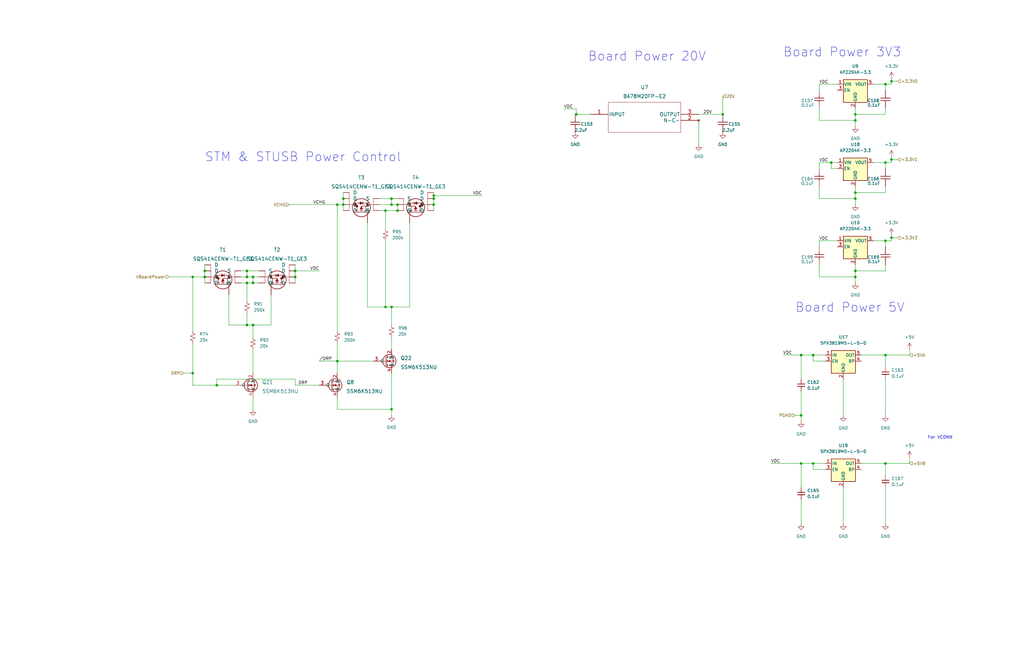
<source format=kicad_sch>
(kicad_sch (version 20230121) (generator eeschema)
  (paper "B")
  (lib_symbols
    (symbol "BCU_AltiumImport-altium-import:0_Cap"
      (property "Value" "0_Cap" (at 0 0 0))
      (symbol "0_Cap_1_0"
        (polyline (pts (xy -2.032 -3.302) (xy 2.032 -3.302)) (stroke (width 0.254)))
        (polyline (pts (xy 0 -5.08) (xy 0 -4.318)) (stroke (width 0.254)))
        (polyline (pts (xy 0 -2.54) (xy 0 -3.302)) (stroke (width 0.254)))
        (polyline (pts (xy 2.032 -4.318) (xy -2.032 -4.318)) (stroke (width 0.254)))
        (pin passive line (at 0 0 270) (length 2.54) (name "1") (number "1"))
        (pin passive line (at 0 -7.62 90) (length 2.54) (name "2") (number "2"))
      )
    )
    (symbol "Device:C_Small" (pin_numbers hide) (pin_names (offset 0.254) hide)
      (property "Reference" "C" (at 0.254 1.778 0))
      (property "Value" "C_Small" (at 0.254 -2.032 0))
      (symbol "C_Small_0_1"
        (polyline (pts (xy -1.524 -0.508) (xy 1.524 -0.508)) (stroke (width 0.3302)))
        (polyline (pts (xy -1.524 0.508) (xy 1.524 0.508)) (stroke (width 0.3048)))
      )
      (symbol "C_Small_1_1"
        (pin passive line (at 0 2.54 270) (length 2.032) (name "~") (number "1"))
        (pin passive line (at 0 -2.54 90) (length 2.032) (name "~") (number "2"))
      )
    )
    (symbol "Device:R_Small_US" (pin_numbers hide) (pin_names (offset 0.254) hide)
      (property "Reference" "R" (at 0.762 0.508 0))
      (property "Value" "R_Small_US" (at 0.762 -1.016 0))
      (symbol "R_Small_US_1_1"
        (polyline (pts (xy 0 0) (xy 1.016 -0.381) (xy 0 -0.762) (xy -1.016 -1.143) (xy 0 -1.524)))
        (polyline (pts (xy 0 1.524) (xy 1.016 1.143) (xy 0 0.762) (xy -1.016 0.381) (xy 0 0)))
        (pin passive line (at 0 2.54 270) (length 1.016) (name "~") (number "1"))
        (pin passive line (at 0 -2.54 90) (length 1.016) (name "~") (number "2"))
      )
    )
    (symbol "Regulator_Linear:AP2204K-3.3" (pin_names (offset 0.254))
      (property "Reference" "U" (at -5.08 5.715 0))
      (property "Value" "AP2204K-3.3" (at 0 5.715 0))
      (symbol "AP2204K-3.3_0_1"
        (rectangle (start -5.08 4.445) (end 5.08 -5.08) (stroke (width 0.254)) (fill (type background)))
      )
      (symbol "AP2204K-3.3_1_1"
        (pin power_in line (at -7.62 2.54 0) (length 2.54) (name "VIN") (number "1"))
        (pin power_in line (at 0 -7.62 90) (length 2.54) (name "GND") (number "2"))
        (pin input line (at -7.62 0 0) (length 2.54) (name "EN") (number "3"))
        (pin no_connect line (at 5.08 0 180) (length 2.54) hide (name "NC") (number "4"))
        (pin power_out line (at 7.62 2.54 180) (length 2.54) (name "VOUT") (number "5"))
      )
    )
    (symbol "Regulator_Linear:BA78M20FP-E2" (pin_names (offset 0.254))
      (property "Reference" "U" (at 22.86 10.16 0))
      (property "Value" "BA78M20FP-E2" (at 22.86 7.62 0))
      (symbol "BA78M20FP-E2_1_1"
        (polyline (pts (xy 7.62 -7.62) (xy 38.1 -7.62)) (stroke (width 0.127)))
        (polyline (pts (xy 7.62 5.08) (xy 7.62 -7.62)) (stroke (width 0.127)))
        (polyline (pts (xy 38.1 -7.62) (xy 38.1 5.08)) (stroke (width 0.127)))
        (polyline (pts (xy 38.1 5.08) (xy 7.62 5.08)) (stroke (width 0.127)))
        (pin unspecified line (at 0 0 0) (length 7.62) (name "INPUT") (number "1"))
        (pin no_connect line (at 45.72 -2.54 180) (length 7.62) (name "N-C-") (number "2"))
        (pin output line (at 45.72 0 180) (length 7.62) (name "OUTPUT") (number "3"))
      )
    )
    (symbol "Regulator_Linear:SPX3819M5-L-5-0" (pin_names (offset 0.254))
      (property "Reference" "U" (at -3.81 5.715 0))
      (property "Value" "SPX3819M5-L-5-0" (at 0 5.715 0))
      (symbol "SPX3819M5-L-5-0_0_1"
        (rectangle (start -5.08 4.445) (end 5.08 -5.08) (stroke (width 0.254)) (fill (type background)))
      )
      (symbol "SPX3819M5-L-5-0_1_1"
        (pin power_in line (at -7.62 2.54 0) (length 2.54) (name "IN") (number "1"))
        (pin power_in line (at 0 -7.62 90) (length 2.54) (name "GND") (number "2"))
        (pin input line (at -7.62 0 0) (length 2.54) (name "EN") (number "3"))
        (pin input line (at 7.62 0 180) (length 2.54) (name "BP") (number "4"))
        (pin power_out line (at 7.62 2.54 180) (length 2.54) (name "OUT") (number "5"))
      )
    )
    (symbol "Transistor_FET:SQS401EN-T1_BE3" (pin_numbers hide) (pin_names (offset 1.524))
      (property "Reference" "T" (at 16.51 -1.27 0))
      (property "Value" "SQS401EN-T1_BE3" (at 27.94 -7.62 0))
      (symbol "SQS401EN-T1_BE3_1_1"
        (polyline (pts (xy 2.54 0) (xy 4.445 0)) (stroke (width 0.2032)))
        (polyline (pts (xy 4.445 -5.08) (xy 4.445 0)) (stroke (width 0.2032)))
        (polyline (pts (xy 5.08 -7.62) (xy 12.7 -7.62)) (stroke (width 0.127)))
        (polyline (pts (xy 5.08 -5.08) (xy 5.08 -3.81)) (stroke (width 0.2032)))
        (polyline (pts (xy 5.08 -4.445) (xy 6.985 -4.445)) (stroke (width 0.2032)))
        (polyline (pts (xy 5.08 -3.175) (xy 5.08 -1.905)) (stroke (width 0.2032)))
        (polyline (pts (xy 5.08 -1.27) (xy 5.08 0)) (stroke (width 0.2032)))
        (polyline (pts (xy 5.08 -0.635) (xy 6.985 -0.635)) (stroke (width 0.2032)))
        (polyline (pts (xy 5.08 2.54) (xy 10.16 2.54)) (stroke (width 0.127)))
        (polyline (pts (xy 5.715 -2.54) (xy 5.08 -2.54)) (stroke (width 0.2032)))
        (polyline (pts (xy 6.985 -5.08) (xy 8.255 -5.08)) (stroke (width 0.2032)))
        (polyline (pts (xy 6.985 -4.445) (xy 6.985 -5.08)) (stroke (width 0.127)))
        (polyline (pts (xy 6.985 -0.635) (xy 6.985 -2.54)) (stroke (width 0.2032)))
        (polyline (pts (xy 6.985 -0.635) (xy 6.985 0)) (stroke (width 0.2032)))
        (polyline (pts (xy 6.985 0) (xy 8.255 0)) (stroke (width 0.2032)))
        (polyline (pts (xy 7.62 -7.62) (xy 7.62 -5.08)) (stroke (width 0.127)))
        (polyline (pts (xy 7.62 2.54) (xy 7.6454 0)) (stroke (width 0.127)))
        (polyline (pts (xy 8.255 -5.08) (xy 8.255 -3.175)) (stroke (width 0.2032)))
        (polyline (pts (xy 8.255 -1.905) (xy 8.255 0)) (stroke (width 0.2032)))
        (polyline (pts (xy 8.89 -1.905) (xy 7.62 -1.905)) (stroke (width 0.2032)))
        (polyline (pts (xy 5.715 -3.175) (xy 6.985 -2.54) (xy 5.715 -1.905) (xy 5.715 -3.175)) (stroke (width 0.0254)) (fill (type outline)))
        (polyline (pts (xy 8.89 -3.175) (xy 7.62 -3.175) (xy 8.255 -1.905) (xy 8.89 -3.175)) (stroke (width 0.0254)) (fill (type outline)))
        (circle (center 6.35 -2.54) (radius 3.81) (stroke (width 0.254)))
        (circle (center 6.985 -4.445) (radius 0.0254) (stroke (width 0.508)))
        (circle (center 7.62 -5.08) (radius 0.0254) (stroke (width 0.508)))
        (circle (center 7.62 0) (radius 0.0254) (stroke (width 0.508)))
        (pin unspecified line (at 5.08 5.08 270) (length 2.54) (name "S") (number "1"))
        (pin unspecified line (at 7.62 5.08 270) (length 2.54) (name "S") (number "2"))
        (pin unspecified line (at 10.16 5.08 270) (length 2.54) (name "S") (number "3"))
        (pin unspecified line (at 0 0 0) (length 2.54) (name "G") (number "4"))
        (pin unspecified line (at 5.08 -10.16 90) (length 2.54) (name "D") (number "5"))
        (pin unspecified line (at 7.62 -10.16 90) (length 2.54) (name "D") (number "6"))
        (pin unspecified line (at 10.16 -10.16 90) (length 2.54) (name "D") (number "7"))
        (pin unspecified line (at 12.7 -10.16 90) (length 2.54) (name "D") (number "8"))
      )
    )
    (symbol "Transistor_FET:SSM6K513NU_LF" (pin_names (offset 0.254))
      (property "Reference" "Q" (at 12.7 8.89 0))
      (property "Value" "SSM6K513NU_LF" (at 19.05 6.35 0))
      (symbol "SSM6K513NU_LF_0_1"
        (polyline (pts (xy 1.524 0) (xy -1.27 0)))
        (polyline (pts (xy 1.524 1.905) (xy 1.524 -1.905)) (stroke (width 0.254)))
        (polyline (pts (xy 2.032 -1.27) (xy 2.032 -2.286)) (stroke (width 0.254)))
        (polyline (pts (xy 2.032 0.508) (xy 2.032 -0.508)) (stroke (width 0.254)))
        (polyline (pts (xy 2.032 2.286) (xy 2.032 1.27)) (stroke (width 0.254)))
        (polyline (pts (xy 3.81 2.54) (xy 3.81 1.778)))
        (polyline (pts (xy 3.81 -2.54) (xy 3.81 0) (xy 2.032 0)))
        (polyline (pts (xy 2.032 -1.778) (xy 4.572 -1.778) (xy 4.572 1.778) (xy 2.032 1.778)))
        (polyline (pts (xy 2.286 0) (xy 3.302 0.381) (xy 3.302 -0.381) (xy 2.286 0)) (fill (type outline)))
        (polyline (pts (xy 4.064 0.508) (xy 4.191 0.381) (xy 4.953 0.381) (xy 5.08 0.254)))
        (polyline (pts (xy 4.572 0.381) (xy 4.191 -0.254) (xy 4.953 -0.254) (xy 4.572 0.381)))
        (circle (center 2.921 0) (radius 2.794) (stroke (width 0.254)))
        (circle (center 3.81 -1.778) (radius 0.254) (fill (type outline)))
        (circle (center 3.81 1.778) (radius 0.254) (fill (type outline)))
      )
      (symbol "SSM6K513NU_LF_1_1"
        (pin passive line (at 3.81 5.08 270) (length 2.54) hide (name "D") (number "1"))
        (pin passive line (at 3.81 5.08 270) (length 2.54) (name "D") (number "2"))
        (pin input line (at -3.81 0 0) (length 2.54) (name "G") (number "3"))
        (pin passive line (at 3.81 -5.08 90) (length 2.54) (name "S") (number "4"))
        (pin passive line (at 3.81 5.08 270) (length 2.54) hide (name "D") (number "5"))
        (pin passive line (at 3.81 5.08 270) (length 2.54) hide (name "D") (number "6"))
      )
    )
    (symbol "power:+3.3V" (power) (pin_names (offset 0))
      (property "Value" "+3.3V" (at 0 3.556 0))
      (symbol "+3.3V_0_1"
        (polyline (pts (xy -0.762 1.27) (xy 0 2.54)))
        (polyline (pts (xy 0 0) (xy 0 2.54)))
        (polyline (pts (xy 0 2.54) (xy 0.762 1.27)))
      )
      (symbol "+3.3V_1_1"
        (pin power_in line (at 0 0 90) (length 0) hide (name "+3.3V") (number "1"))
      )
    )
    (symbol "power:+5V" (power) (pin_names (offset 0))
      (property "Value" "+5V" (at 0 3.556 0))
      (symbol "+5V_0_1"
        (polyline (pts (xy -0.762 1.27) (xy 0 2.54)))
        (polyline (pts (xy 0 0) (xy 0 2.54)))
        (polyline (pts (xy 0 2.54) (xy 0.762 1.27)))
      )
      (symbol "+5V_1_1"
        (pin power_in line (at 0 0 90) (length 0) hide (name "+5V") (number "1"))
      )
    )
    (symbol "power:GND" (power) (pin_names (offset 0))
      (property "Value" "GND" (at 0 -3.81 0))
      (symbol "GND_0_1"
        (polyline (pts (xy 0 0) (xy 0 -1.27) (xy 1.27 -1.27) (xy 0 -2.54) (xy -1.27 -1.27) (xy 0 -1.27)))
      )
      (symbol "GND_1_1"
        (pin power_in line (at 0 0 270) (length 0) hide (name "GND") (number "1"))
      )
    )
  )
  (junction (at 106.68 116.84))
  (junction (at 360.68 48.26))
  (junction (at 337.82 175.26))
  (junction (at 144.78 83.82))
  (junction (at 162.56 129.54))
  (junction (at 81.28 157.48))
  (junction (at 124.46 116.84))
  (junction (at 144.78 86.36))
  (junction (at 167.64 88.9))
  (junction (at 104.14 114.3))
  (junction (at 182.88 82.55))
  (junction (at 243.0072 48.26))
  (junction (at 375.92 34.29))
  (junction (at 81.28 116.84))
  (junction (at 337.82 149.86))
  (junction (at 360.68 83.82))
  (junction (at 373.38 101.6))
  (junction (at 165.1 83.82))
  (junction (at 342.9 195.58))
  (junction (at 375.92 67.31))
  (junction (at 165.1 172.72))
  (junction (at 375.92 100.33))
  (junction (at 373.38 35.56))
  (junction (at 106.68 119.38))
  (junction (at 106.68 137.16))
  (junction (at 360.68 116.84))
  (junction (at 342.9 149.86))
  (junction (at 182.88 83.82))
  (junction (at 373.38 149.86))
  (junction (at 373.38 195.58))
  (junction (at 104.14 119.38))
  (junction (at 104.14 137.16))
  (junction (at 360.68 50.8))
  (junction (at 86.36 114.3))
  (junction (at 142.24 152.4))
  (junction (at 142.24 86.36))
  (junction (at 304.8 48.26))
  (junction (at 360.68 81.28))
  (junction (at 165.1 86.36))
  (junction (at 167.64 86.36))
  (junction (at 337.82 195.58))
  (junction (at 162.56 88.9))
  (junction (at 350.52 68.58))
  (junction (at 86.36 116.84))
  (junction (at 182.88 86.36))
  (junction (at 373.38 68.58))
  (junction (at 91.44 162.56))
  (junction (at 124.46 114.3))
  (junction (at 104.14 116.84))
  (junction (at 360.68 114.3))
  (junction (at 165.1 129.54))
  (wire (pts (xy 77.47 157.48) (xy 81.28 157.48)))
  (wire (pts (xy 165.1 142.24) (xy 165.1 147.32)))
  (wire (pts (xy 383.54 195.58) (xy 373.38 195.58)))
  (wire (pts (xy 375.92 100.33) (xy 375.92 101.6)))
  (wire (pts (xy 71.12 116.84) (xy 81.28 116.84)))
  (wire (pts (xy 355.6 205.74) (xy 355.6 220.98)))
  (wire (pts (xy 106.68 116.84) (xy 106.68 119.38)))
  (wire (pts (xy 134.62 152.4) (xy 142.24 152.4)))
  (wire (pts (xy 375.92 67.31) (xy 375.92 68.58)))
  (wire (pts (xy 167.64 86.36) (xy 167.64 88.9)))
  (wire (pts (xy 373.38 101.6) (xy 373.38 104.14)))
  (wire (pts (xy 124.46 114.3) (xy 124.46 116.84)))
  (wire (pts (xy 96.52 124.46) (xy 96.52 137.16)))
  (wire (pts (xy 154.94 93.98) (xy 154.94 129.54)))
  (wire (pts (xy 375.92 100.33) (xy 378.46 100.33)))
  (wire (pts (xy 165.1 129.54) (xy 165.1 137.16)))
  (wire (pts (xy 142.24 152.4) (xy 142.24 157.48)))
  (wire (pts (xy 360.68 116.84) (xy 360.68 119.38)))
  (wire (pts (xy 162.56 88.9) (xy 167.64 88.9)))
  (wire (pts (xy 242.57 48.26) (xy 243.0072 48.26)))
  (wire (pts (xy 342.9 198.12) (xy 342.9 195.58)))
  (wire (pts (xy 182.88 86.36) (xy 182.88 88.9)))
  (wire (pts (xy 345.44 116.84) (xy 360.68 116.84)))
  (wire (pts (xy 383.54 149.86) (xy 373.38 149.86)))
  (wire (pts (xy 383.54 147.32) (xy 383.54 149.86)))
  (wire (pts (xy 345.44 68.58) (xy 345.44 71.12)))
  (wire (pts (xy 106.68 167.64) (xy 106.68 172.72)))
  (wire (pts (xy 124.46 116.84) (xy 124.46 119.38)))
  (wire (pts (xy 373.38 160.02) (xy 373.38 175.26)))
  (wire (pts (xy 375.92 67.31) (xy 378.46 67.31)))
  (wire (pts (xy 144.78 86.36) (xy 144.78 88.9)))
  (wire (pts (xy 373.38 154.94) (xy 373.38 149.86)))
  (wire (pts (xy 142.24 167.64) (xy 142.24 172.72)))
  (wire (pts (xy 81.28 116.84) (xy 86.36 116.84)))
  (wire (pts (xy 294.64 48.26) (xy 304.8 48.26)))
  (wire (pts (xy 86.36 111.76) (xy 86.36 114.3)))
  (wire (pts (xy 165.1 86.36) (xy 167.64 86.36)))
  (wire (pts (xy 104.14 119.38) (xy 106.68 119.38)))
  (wire (pts (xy 304.8 48.26) (xy 304.8 40.64)))
  (wire (pts (xy 142.24 152.4) (xy 157.48 152.4)))
  (wire (pts (xy 335.28 175.26) (xy 337.82 175.26)))
  (wire (pts (xy 124.46 111.76) (xy 124.46 114.3)))
  (wire (pts (xy 360.68 81.28) (xy 360.68 83.82)))
  (wire (pts (xy 373.38 68.58) (xy 375.92 68.58)))
  (wire (pts (xy 91.44 160.02) (xy 124.46 160.02)))
  (wire (pts (xy 368.3 68.58) (xy 373.38 68.58)))
  (wire (pts (xy 373.38 78.74) (xy 373.38 81.28)))
  (wire (pts (xy 345.44 35.56) (xy 345.44 38.1)))
  (wire (pts (xy 243.0072 48.26) (xy 248.92 48.26)))
  (wire (pts (xy 96.52 137.16) (xy 104.14 137.16)))
  (wire (pts (xy 373.38 81.28) (xy 360.68 81.28)))
  (wire (pts (xy 373.38 195.58) (xy 363.22 195.58)))
  (wire (pts (xy 294.64 50.8) (xy 294.64 60.96)))
  (wire (pts (xy 172.72 129.54) (xy 165.1 129.54)))
  (wire (pts (xy 154.94 129.54) (xy 162.56 129.54)))
  (wire (pts (xy 375.92 99.06) (xy 375.92 100.33)))
  (wire (pts (xy 383.54 193.04) (xy 383.54 195.58)))
  (wire (pts (xy 162.56 101.6) (xy 162.56 129.54)))
  (wire (pts (xy 165.1 157.48) (xy 165.1 172.72)))
  (wire (pts (xy 337.82 195.58) (xy 337.82 205.74)))
  (wire (pts (xy 355.6 160.02) (xy 355.6 175.26)))
  (wire (pts (xy 373.38 114.3) (xy 360.68 114.3)))
  (wire (pts (xy 360.68 48.26) (xy 360.68 50.8)))
  (wire (pts (xy 345.44 101.6) (xy 345.44 104.14)))
  (wire (pts (xy 337.82 165.1) (xy 337.82 175.26)))
  (wire (pts (xy 81.28 162.56) (xy 91.44 162.56)))
  (wire (pts (xy 165.1 175.26) (xy 165.1 172.72)))
  (wire (pts (xy 104.14 114.3) (xy 104.14 116.84)))
  (wire (pts (xy 106.68 119.38) (xy 109.22 119.38)))
  (wire (pts (xy 347.98 152.4) (xy 342.9 152.4)))
  (wire (pts (xy 345.44 111.76) (xy 345.44 116.84)))
  (wire (pts (xy 106.68 137.16) (xy 106.68 142.24)))
  (wire (pts (xy 182.88 81.28) (xy 182.88 82.55)))
  (wire (pts (xy 114.3 137.16) (xy 106.68 137.16)))
  (wire (pts (xy 114.3 124.46) (xy 114.3 137.16)))
  (wire (pts (xy 373.38 45.72) (xy 373.38 48.26)))
  (wire (pts (xy 101.6 119.38) (xy 104.14 119.38)))
  (wire (pts (xy 104.14 132.08) (xy 104.14 137.16)))
  (wire (pts (xy 373.38 101.6) (xy 375.92 101.6)))
  (wire (pts (xy 165.1 83.82) (xy 165.1 86.36)))
  (wire (pts (xy 350.52 71.12) (xy 350.52 68.58)))
  (wire (pts (xy 373.38 35.56) (xy 375.92 35.56)))
  (wire (pts (xy 142.24 86.36) (xy 144.78 86.36)))
  (wire (pts (xy 86.36 114.3) (xy 86.36 116.84)))
  (wire (pts (xy 373.38 200.66) (xy 373.38 195.58)))
  (wire (pts (xy 347.98 198.12) (xy 342.9 198.12)))
  (wire (pts (xy 360.68 78.74) (xy 360.68 81.28)))
  (wire (pts (xy 237.744 45.974) (xy 243.0072 45.974)))
  (wire (pts (xy 345.44 50.8) (xy 360.68 50.8)))
  (wire (pts (xy 345.44 101.6) (xy 353.06 101.6)))
  (wire (pts (xy 325.12 195.58) (xy 337.82 195.58)))
  (wire (pts (xy 368.3 101.6) (xy 373.38 101.6)))
  (wire (pts (xy 337.82 149.86) (xy 337.82 160.02)))
  (wire (pts (xy 124.46 160.02) (xy 124.46 162.56)))
  (wire (pts (xy 375.92 34.29) (xy 378.46 34.29)))
  (wire (pts (xy 373.38 111.76) (xy 373.38 114.3)))
  (wire (pts (xy 86.36 116.84) (xy 86.36 119.38)))
  (wire (pts (xy 353.06 71.12) (xy 350.52 71.12)))
  (wire (pts (xy 345.44 68.58) (xy 350.52 68.58)))
  (wire (pts (xy 337.82 175.26) (xy 337.82 177.8)))
  (wire (pts (xy 106.68 137.16) (xy 104.14 137.16)))
  (wire (pts (xy 81.28 144.78) (xy 81.28 157.48)))
  (wire (pts (xy 360.68 50.8) (xy 360.68 53.34)))
  (wire (pts (xy 375.92 33.02) (xy 375.92 34.29)))
  (wire (pts (xy 375.92 34.29) (xy 375.92 35.56)))
  (wire (pts (xy 165.1 83.82) (xy 167.64 83.82)))
  (wire (pts (xy 337.82 210.82) (xy 337.82 220.98)))
  (wire (pts (xy 81.28 139.7) (xy 81.28 116.84)))
  (wire (pts (xy 91.44 160.02) (xy 91.44 162.56)))
  (wire (pts (xy 182.88 83.82) (xy 182.88 86.36)))
  (wire (pts (xy 101.6 114.3) (xy 104.14 114.3)))
  (wire (pts (xy 104.14 119.38) (xy 104.14 127)))
  (wire (pts (xy 172.72 93.98) (xy 172.72 129.54)))
  (wire (pts (xy 342.9 195.58) (xy 347.98 195.58)))
  (wire (pts (xy 104.14 114.3) (xy 109.22 114.3)))
  (wire (pts (xy 337.82 195.58) (xy 342.9 195.58)))
  (wire (pts (xy 373.38 35.56) (xy 373.38 38.1)))
  (wire (pts (xy 373.38 149.86) (xy 363.22 149.86)))
  (wire (pts (xy 373.38 68.58) (xy 373.38 71.12)))
  (wire (pts (xy 182.88 82.55) (xy 182.88 83.82)))
  (wire (pts (xy 345.44 45.72) (xy 345.44 50.8)))
  (wire (pts (xy 375.92 66.04) (xy 375.92 67.31)))
  (wire (pts (xy 144.78 81.28) (xy 144.78 83.82)))
  (wire (pts (xy 142.24 139.7) (xy 142.24 86.36)))
  (wire (pts (xy 142.24 144.78) (xy 142.24 152.4)))
  (wire (pts (xy 345.44 35.56) (xy 353.06 35.56)))
  (wire (pts (xy 121.92 86.36) (xy 142.24 86.36)))
  (wire (pts (xy 142.24 172.72) (xy 165.1 172.72)))
  (wire (pts (xy 330.2 149.86) (xy 337.82 149.86)))
  (wire (pts (xy 104.14 116.84) (xy 106.68 116.84)))
  (wire (pts (xy 160.02 83.82) (xy 165.1 83.82)))
  (wire (pts (xy 360.68 45.72) (xy 360.68 48.26)))
  (wire (pts (xy 160.02 86.36) (xy 165.1 86.36)))
  (wire (pts (xy 144.78 83.82) (xy 144.78 86.36)))
  (wire (pts (xy 373.38 205.74) (xy 373.38 220.98)))
  (wire (pts (xy 342.9 152.4) (xy 342.9 149.86)))
  (wire (pts (xy 360.68 111.76) (xy 360.68 114.3)))
  (wire (pts (xy 160.02 88.9) (xy 162.56 88.9)))
  (wire (pts (xy 345.44 83.82) (xy 360.68 83.82)))
  (wire (pts (xy 350.52 68.58) (xy 353.06 68.58)))
  (wire (pts (xy 373.38 48.26) (xy 360.68 48.26)))
  (wire (pts (xy 81.28 157.48) (xy 81.28 162.56)))
  (wire (pts (xy 368.3 35.56) (xy 373.38 35.56)))
  (wire (pts (xy 345.44 78.74) (xy 345.44 83.82)))
  (wire (pts (xy 165.1 129.54) (xy 162.56 129.54)))
  (wire (pts (xy 91.44 162.56) (xy 99.06 162.56)))
  (wire (pts (xy 101.6 116.84) (xy 104.14 116.84)))
  (wire (pts (xy 360.68 83.82) (xy 360.68 86.36)))
  (wire (pts (xy 342.9 149.86) (xy 347.98 149.86)))
  (wire (pts (xy 203.2 82.55) (xy 182.88 82.55)))
  (wire (pts (xy 360.68 114.3) (xy 360.68 116.84)))
  (wire (pts (xy 162.56 88.9) (xy 162.56 96.52)))
  (wire (pts (xy 337.82 149.86) (xy 342.9 149.86)))
  (wire (pts (xy 243.0072 45.974) (xy 243.0072 48.26)))
  (wire (pts (xy 106.68 116.84) (xy 109.22 116.84)))
  (wire (pts (xy 124.46 114.3) (xy 134.62 114.3)))
  (wire (pts (xy 124.46 162.56) (xy 134.62 162.56)))
  (wire (pts (xy 106.68 147.32) (xy 106.68 157.48)))
  (text "For VCONN\n" (at 391.16 185.42 0) (effects (font (size 1.27 1.27)) (justify left bottom)))
  (text "Board Power 3V3\n\n" (at 330.2 30.48 0) (effects (font (size 3.81 3.81)) (justify left bottom)))
  (text "STM & STUSB Power Control			" (at 86.36 68.58 0) (effects (font (size 3.81 3.81)) (justify left bottom)))
  (text "Board Power 20V\n\n\n" (at 247.904 38.354 0) (effects (font (size 3.81 3.81)) (justify left bottom)))
  (text "Board Power 5V\n" (at 335.28 132.08 0) (effects (font (size 3.81 3.81)) (justify left bottom)))
  (label "VDC" (at 203.2 82.55 180))
  (label "{slash}DRP" (at 134.62 152.4 0))
  (label "VDC" (at 345.44 101.6 0))
  (label "VDC" (at 325.12 195.58 0))
  (label "20V" (at 296.545 48.26 0))
  (label "VDC" (at 134.62 114.3 180))
  (label "DRP" (at 125.73 162.56 0))
  (label "VCHG" (at 132.08 86.36 0))
  (label "VDC" (at 330.2 149.86 0))
  (label "VDC" (at 345.44 68.58 0))
  (label "VDC" (at 345.44 35.56 0))
  (label "VDC" (at 237.744 45.974 0))
  (hierarchical_label "VCHG" (shape input) (at 121.92 86.36 180))
  (hierarchical_label "20V" (shape input) (at 304.8 40.64 0))
  (hierarchical_label "DRP" (shape input) (at 77.47 157.48 180))
  (hierarchical_label "PGND" (shape input) (at 335.28 175.26 180))
  (hierarchical_label "+5VA" (shape input) (at 383.54 149.86 0))
  (hierarchical_label "+3.3V1" (shape input) (at 378.46 67.31 0))
  (hierarchical_label "+5VB" (shape input) (at 383.54 195.58 0))
  (hierarchical_label "+3.3V2" (shape input) (at 378.46 100.33 0))
  (hierarchical_label "+3.3V0" (shape input) (at 378.46 34.29 0))
  (hierarchical_label "VBoardPower" (shape input) (at 71.12 116.84 180))
  (symbol (lib_id "BCU_AltiumImport-altium-import:0_Cap") (at 345.44 38.1 0) (unit 1)
    (property "Reference" "C157" (at 337.82 43.18 0) (effects (justify left bottom)))
    (property "Value" "0.1uF" (at 337.82 45.085 0) (effects (justify left bottom)))
    (property "Footprint" "Capacitor_SMD:C_0402_1005Metric" (effects hide))
    (property "MANUFACTURER" "TDK" (effects hide))
    (property "TOLERANCE" "+/-20%" (effects hide))
    (property "MOUNTING TECHNOLOGY" "SMT" (effects hide))
    (property "MFG" "Murata Electronics" (effects hide))
    (property "Part Name" "GRM155R61H104ME14J" (effects hide))
    (property "MFG 2" "Yageo" (effects hide))
    (property "Part Name 2" "CC0402KRX5R9BB104" (effects hide))
  )
  (symbol (lib_id "Device:R_Small_US") (at 106.68 144.78 0) (unit 1)
    (property "Reference" "R92" (at 109.474 143.5099 0) (effects (justify left)))
    (property "Value" "20k" (at 109.474 146.0499 0) (effects (justify left)))
    (property "Footprint" "Resistor_SMD:R_0402_1005Metric" (effects hide))
    (property "MANUFACTURER" "YAGEO" (effects hide))
    (property "MANUFACTURER PARTNO" "RC0402FR-0720KL" (effects hide))
  )
  (symbol (lib_id "Device:C_Small") (at 373.38 203.2 0) (unit 1)
    (property "Reference" "C167" (at 375.92 201.9362 0) (effects (justify left)))
    (property "Value" "0.1uF" (at 375.92 204.4762 0) (effects (justify left)))
    (property "Footprint" "Capacitor_SMD:C_0402_1005Metric" (effects hide))
    (property "MFG" "Murata Electronics" (effects hide))
    (property "Part Name" "GRM155R61H104ME14J" (effects hide))
    (property "MFG 2" "Yageo" (effects hide))
    (property "Part Name 2" "CC0402KRX5R9BB104" (effects hide))
  )
  (symbol (lib_id "BCU_AltiumImport-altium-import:0_Cap") (at 242.57 48.26 0) (unit 1)
    (property "Reference" "C153" (at 244.856 53.086 0) (effects (justify left bottom)))
    (property "Value" "2.2uF" (at 242.316 55.626 0) (effects (justify left bottom)))
    (property "Footprint" "Capacitor_SMD:C_0603_1608Metric" (effects hide))
    (property "DIELECTRIC" "X7R" (effects hide))
    (property "MFG" "Murata Electronics" (effects hide))
    (property "Part Name" "GRM188R61H225ME11J" (effects hide))
  )
  (symbol (lib_id "power:GND") (at 106.68 172.72 0) (unit 1)
    (property "Reference" "#PWR0163" (effects hide))
    (property "Value" "GND" (at 106.68 177.8 0))
  )
  (symbol (lib_id "Device:C_Small") (at 337.82 162.56 0) (unit 1)
    (property "Reference" "C162" (at 340.36 161.2962 0) (effects (justify left)))
    (property "Value" "0.1uF" (at 340.36 163.8362 0) (effects (justify left)))
    (property "Footprint" "Capacitor_SMD:C_0402_1005Metric" (effects hide))
    (property "MFG" "Murata Electronics" (effects hide))
    (property "Part Name" "GRM155R61H104ME14J" (effects hide))
    (property "MFG 2" "Yageo" (effects hide))
    (property "Part Name 2" "CC0402KRX5R9BB104" (effects hide))
  )
  (symbol (lib_id "power:GND") (at 360.68 119.38 0) (unit 1)
    (property "Reference" "#PWR0278" (effects hide))
    (property "Value" "GND" (at 360.68 124.46 0))
  )
  (symbol (lib_id "Transistor_FET:SQS401EN-T1_BE3") (at 114.3 124.46 90) (unit 1)
    (property "Reference" "T2" (at 116.84 105.41 90) (effects (font (size 1.524 1.524))))
    (property "Value" "SQS414CENW-T1_GE3" (at 116.84 109.22 90) (effects (font (size 1.524 1.524))))
    (property "Footprint" "Transistor_Power_Module:SQS401EN-T1_BE3" (effects hide))
  )
  (symbol (lib_id "power:+5V") (at 383.54 193.04 0) (unit 1)
    (property "Reference" "#PWR0169" (effects hide))
    (property "Value" "+5V" (at 383.54 187.96 0))
  )
  (symbol (lib_id "power:GND") (at 373.38 220.98 0) (unit 1)
    (property "Reference" "#PWR0168" (effects hide))
    (property "Value" "GND" (at 373.38 226.314 0))
  )
  (symbol (lib_id "power:GND") (at 360.68 86.36 0) (unit 1)
    (property "Reference" "#PWR0165" (effects hide))
    (property "Value" "GND" (at 360.68 91.44 0))
  )
  (symbol (lib_id "power:GND") (at 294.64 60.96 0) (unit 1)
    (property "Reference" "#PWR0283" (effects hide))
    (property "Value" "GND" (at 294.64 66.04 0))
  )
  (symbol (lib_id "power:GND") (at 337.82 220.98 0) (unit 1)
    (property "Reference" "#PWR0281" (effects hide))
    (property "Value" "GND" (at 337.82 226.314 0))
  )
  (symbol (lib_id "Device:C_Small") (at 337.82 208.28 0) (unit 1)
    (property "Reference" "C165" (at 340.36 207.0162 0) (effects (justify left)))
    (property "Value" "0.1uF" (at 340.36 209.5562 0) (effects (justify left)))
    (property "Footprint" "Capacitor_SMD:C_0402_1005Metric" (effects hide))
    (property "MFG" "Murata Electronics" (effects hide))
    (property "Part Name" "GRM155R61H104ME14J" (effects hide))
    (property "MFG 2" "Yageo" (effects hide))
    (property "Part Name 2" "CC0402KRX5R9BB104" (effects hide))
  )
  (symbol (lib_id "power:+5V") (at 383.54 147.32 0) (unit 1)
    (property "Reference" "#PWR0161" (effects hide))
    (property "Value" "+5V" (at 383.54 142.24 0))
  )
  (symbol (lib_id "Device:R_Small_US") (at 165.1 139.7 0) (unit 1)
    (property "Reference" "R96" (at 167.894 138.4299 0) (effects (justify left)))
    (property "Value" "20k" (at 167.894 140.9699 0) (effects (justify left)))
    (property "Footprint" "Resistor_SMD:R_0402_1005Metric" (effects hide))
    (property "MANUFACTURER" "YAGEO" (effects hide))
    (property "MANUFACTURER PARTNO" "RC0402FR-0720KL" (effects hide))
  )
  (symbol (lib_id "Transistor_FET:SSM6K513NU_LF") (at 138.43 162.56 0) (unit 1)
    (property "Reference" "Q8" (at 146.05 161.29 0) (effects (font (size 1.524 1.524)) (justify left)))
    (property "Value" "SSM6K513NU" (at 146.05 165.1 0) (effects (font (size 1.524 1.524)) (justify left)))
    (property "Footprint" "Package_DFN_QFN:SSM6K513NU_LF" (effects hide))
    (property "MFG" "Toshiba" (effects hide))
    (property "Part Name" "SSM6K513NU,LF" (effects hide))
  )
  (symbol (lib_id "BCU_AltiumImport-altium-import:0_Cap") (at 304.8 48.26 0) (unit 1)
    (property "Reference" "C155" (at 307.086 53.086 0) (effects (justify left bottom)))
    (property "Value" "2.2uF" (at 304.546 55.626 0) (effects (justify left bottom)))
    (property "Footprint" "Capacitor_SMD:C_0603_1608Metric" (effects hide))
    (property "MFG" "Murata Electronics" (effects hide))
    (property "Part Name" "GRM188R61H225ME11J" (effects hide))
  )
  (symbol (lib_id "power:GND") (at 360.68 53.34 0) (unit 1)
    (property "Reference" "#PWR0279" (effects hide))
    (property "Value" "GND" (at 360.68 58.42 0))
  )
  (symbol (lib_id "Regulator_Linear:SPX3819M5-L-5-0") (at 355.6 198.12 0) (unit 1)
    (property "Reference" "U19" (at 355.6 187.96 0))
    (property "Value" "SPX3819M5-L-5-0" (at 355.6 190.5 0))
    (property "Footprint" "Package_TO_SOT_SMD:SOT-23-5" (effects hide))
    (property "Datasheet" "https://www.exar.com/content/document.ashx?id=22106&languageid=1033&type=Datasheet&partnumber=SPX3819&filename=SPX3819.pdf&part=SPX3819" (effects hide))
  )
  (symbol (lib_id "BCU_AltiumImport-altium-import:0_Cap") (at 345.44 104.14 0) (unit 1)
    (property "Reference" "C159" (at 337.82 109.22 0) (effects (justify left bottom)))
    (property "Value" "0.1uF" (at 337.82 111.125 0) (effects (justify left bottom)))
    (property "Footprint" "Capacitor_SMD:C_0402_1005Metric" (effects hide))
    (property "MANUFACTURER" "TDK" (effects hide))
    (property "TOLERANCE" "+/-20%" (effects hide))
    (property "MOUNTING TECHNOLOGY" "SMT" (effects hide))
    (property "MFG" "Murata Electronics" (effects hide))
    (property "Part Name" "GRM155R61H104ME14J" (effects hide))
    (property "MFG 2" "Yageo" (effects hide))
    (property "Part Name 2" "CC0402KRX5R9BB104" (effects hide))
  )
  (symbol (lib_id "Device:R_Small_US") (at 81.28 142.24 0) (unit 1)
    (property "Reference" "R74" (at 84.074 140.9699 0) (effects (justify left)))
    (property "Value" "20k" (at 84.074 143.5099 0) (effects (justify left)))
    (property "Footprint" "Resistor_SMD:R_0402_1005Metric" (effects hide))
    (property "MANUFACTURER" "YAGEO" (effects hide))
    (property "MANUFACTURER PARTNO" "RC0402FR-0720KL" (effects hide))
  )
  (symbol (lib_id "Transistor_FET:SQS401EN-T1_BE3") (at 96.52 124.46 270) (mirror x) (unit 1)
    (property "Reference" "T1" (at 93.98 105.41 90) (effects (font (size 1.524 1.524))))
    (property "Value" "SQS414CENW-T1_GE3" (at 93.98 109.22 90) (effects (font (size 1.524 1.524))))
    (property "Footprint" "Transistor_Power_Module:SQS401EN-T1_BE3" (effects hide))
  )
  (symbol (lib_id "power:+3.3V") (at 375.92 66.04 0) (unit 1)
    (property "Reference" "#PWR0167" (effects hide))
    (property "Value" "+3.3V" (at 375.92 60.96 0))
  )
  (symbol (lib_id "power:GND") (at 373.38 175.26 0) (unit 1)
    (property "Reference" "#PWR0160" (effects hide))
    (property "Value" "GND" (at 373.38 180.594 0))
  )
  (symbol (lib_id "power:GND") (at 242.57 55.88 0) (unit 1)
    (property "Reference" "#PWR0284" (effects hide))
    (property "Value" "GND" (at 242.57 60.96 0))
  )
  (symbol (lib_id "Device:C_Small") (at 373.38 157.48 0) (unit 1)
    (property "Reference" "C163" (at 375.92 156.2162 0) (effects (justify left)))
    (property "Value" "0.1uF" (at 375.92 158.7562 0) (effects (justify left)))
    (property "Footprint" "Capacitor_SMD:C_0402_1005Metric" (effects hide))
    (property "MFG" "Murata Electronics" (effects hide))
    (property "Part Name" "GRM155R61H104ME14J" (effects hide))
    (property "MFG 2" "Yageo" (effects hide))
    (property "Part Name 2" "CC0402KRX5R9BB104" (effects hide))
  )
  (symbol (lib_id "BCU_AltiumImport-altium-import:0_Cap") (at 373.38 38.1 0) (unit 1)
    (property "Reference" "C168" (at 365.76 43.18 0) (effects (justify left bottom)))
    (property "Value" "0.1uF" (at 365.76 45.085 0) (effects (justify left bottom)))
    (property "Footprint" "Capacitor_SMD:C_0402_1005Metric" (effects hide))
    (property "MANUFACTURER" "TDK" (effects hide))
    (property "TOLERANCE" "+/-20%" (effects hide))
    (property "MOUNTING TECHNOLOGY" "SMT" (effects hide))
    (property "MFG" "Murata Electronics" (effects hide))
    (property "Part Name" "GRM155R61H104ME14J" (effects hide))
    (property "MFG 2" "Yageo" (effects hide))
    (property "Part Name 2" "CC0402KRX5R9BB104" (effects hide))
  )
  (symbol (lib_id "Device:R_Small_US") (at 162.56 99.06 0) (unit 1)
    (property "Reference" "R95" (at 165.354 97.7899 0) (effects (justify left)))
    (property "Value" "200k" (at 165.354 100.3299 0) (effects (justify left)))
    (property "Footprint" "Resistor_SMD:R_0402_1005Metric" (effects hide))
    (property "MANUFACTURER" "YAGEO" (effects hide))
    (property "MANUFACTURER PARTNO" "RC0402JR-13200KL" (effects hide))
    (property "Part Name" "RC0402JR-13200KL" (effects hide))
  )
  (symbol (lib_id "power:GND") (at 355.6 220.98 0) (unit 1)
    (property "Reference" "#PWR0166" (effects hide))
    (property "Value" "GND" (at 355.6 226.314 0))
  )
  (symbol (lib_id "power:GND") (at 355.6 175.26 0) (unit 1)
    (property "Reference" "#PWR0159" (effects hide))
    (property "Value" "GND" (at 355.6 180.594 0))
  )
  (symbol (lib_id "BCU_AltiumImport-altium-import:0_Cap") (at 373.38 71.12 0) (unit 1)
    (property "Reference" "C166" (at 365.76 76.2 0) (effects (justify left bottom)))
    (property "Value" "0.1uF" (at 365.76 78.105 0) (effects (justify left bottom)))
    (property "Footprint" "Capacitor_SMD:C_0402_1005Metric" (effects hide))
    (property "MANUFACTURER" "TDK" (effects hide))
    (property "TOLERANCE" "+/-20%" (effects hide))
    (property "MOUNTING TECHNOLOGY" "SMT" (effects hide))
    (property "MFG" "Murata Electronics" (effects hide))
    (property "Part Name" "GRM155R61H104ME14J" (effects hide))
    (property "MFG 2" "Yageo" (effects hide))
    (property "Part Name 2" "CC0402KRX5R9BB104" (effects hide))
  )
  (symbol (lib_id "Regulator_Linear:AP2204K-3.3") (at 360.68 38.1 0) (unit 1)
    (property "Reference" "U9" (at 360.68 27.94 0))
    (property "Value" "AP2204K-3.3" (at 360.68 30.48 0))
    (property "Footprint" "Package_TO_SOT_SMD:SOT-23-5" (effects hide))
    (property "Datasheet" "https://www.diodes.com/assets/Datasheets/AP2204.pdf" (effects hide))
  )
  (symbol (lib_id "power:GND") (at 304.8 55.88 0) (unit 1)
    (property "Reference" "#PWR0282" (effects hide))
    (property "Value" "GND" (at 304.8 60.96 0))
  )
  (symbol (lib_id "BCU_AltiumImport-altium-import:0_Cap") (at 373.38 104.14 0) (unit 1)
    (property "Reference" "C169" (at 365.76 109.22 0) (effects (justify left bottom)))
    (property "Value" "0.1uF" (at 365.76 111.125 0) (effects (justify left bottom)))
    (property "Footprint" "Capacitor_SMD:C_0402_1005Metric" (effects hide))
    (property "MANUFACTURER" "TDK" (effects hide))
    (property "TOLERANCE" "+/-20%" (effects hide))
    (property "MOUNTING TECHNOLOGY" "SMT" (effects hide))
    (property "MFG" "Murata Electronics" (effects hide))
    (property "Part Name" "GRM155R61H104ME14J" (effects hide))
    (property "MFG 2" "Yageo" (effects hide))
    (property "Part Name 2" "CC0402KRX5R9BB104" (effects hide))
  )
  (symbol (lib_id "power:GND") (at 337.82 177.8 0) (unit 1)
    (property "Reference" "#PWR0158" (effects hide))
    (property "Value" "GND" (at 337.82 183.134 0))
  )
  (symbol (lib_id "Regulator_Linear:BA78M20FP-E2") (at 248.92 48.26 0) (unit 1)
    (property "Reference" "U7" (at 271.78 36.83 0) (effects (font (size 1.524 1.524))))
    (property "Value" "BA78M20FP-E2" (at 271.78 40.64 0) (effects (font (size 1.524 1.524))))
    (property "Footprint" "Package_TO_SOT_THT:BA78M20FP-E2" (effects hide))
    (property "MFG" "ROHM " (effects hide))
    (property "Part Name" "BA78M20FP-E2" (effects hide))
  )
  (symbol (lib_id "Device:R_Small_US") (at 104.14 129.54 0) (unit 1)
    (property "Reference" "R91" (at 106.934 128.2699 0) (effects (justify left)))
    (property "Value" "200k" (at 106.934 130.8099 0) (effects (justify left)))
    (property "Footprint" "Resistor_SMD:R_0402_1005Metric" (effects hide))
    (property "MANUFACTURER" "YAGEO" (effects hide))
    (property "MANUFACTURER PARTNO" "RC0402JR-13200KL" (effects hide))
    (property "Part Name" "RC0402JR-13200KL" (effects hide))
  )
  (symbol (lib_id "Transistor_FET:SSM6K513NU_LF") (at 161.29 152.4 0) (unit 1)
    (property "Reference" "Q22" (at 168.91 151.13 0) (effects (font (size 1.524 1.524)) (justify left)))
    (property "Value" "SSM6K513NU" (at 168.91 154.94 0) (effects (font (size 1.524 1.524)) (justify left)))
    (property "Footprint" "Package_DFN_QFN:SSM6K513NU_LF" (effects hide))
    (property "MFG" "Toshiba" (effects hide))
    (property "Part Name" "SSM6K513NU,LF" (effects hide))
  )
  (symbol (lib_id "Regulator_Linear:AP2204K-3.3") (at 360.68 104.14 0) (unit 1)
    (property "Reference" "U10" (at 360.68 93.98 0))
    (property "Value" "AP2204K-3.3" (at 360.68 96.52 0))
    (property "Footprint" "Package_TO_SOT_SMD:SOT-23-5" (effects hide))
    (property "Datasheet" "https://www.diodes.com/assets/Datasheets/AP2204.pdf" (effects hide))
  )
  (symbol (lib_id "BCU_AltiumImport-altium-import:0_Cap") (at 345.44 71.12 0) (unit 1)
    (property "Reference" "C164" (at 337.82 76.2 0) (effects (justify left bottom)))
    (property "Value" "0.1uF" (at 337.82 78.105 0) (effects (justify left bottom)))
    (property "Footprint" "Capacitor_SMD:C_0402_1005Metric" (effects hide))
    (property "MANUFACTURER" "TDK" (effects hide))
    (property "TOLERANCE" "+/-20%" (effects hide))
    (property "MOUNTING TECHNOLOGY" "SMT" (effects hide))
    (property "MFG" "Murata Electronics" (effects hide))
    (property "Part Name" "GRM155R61H104ME14J" (effects hide))
    (property "MFG 2" "Yageo" (effects hide))
    (property "Part Name 2" "CC0402KRX5R9BB104" (effects hide))
  )
  (symbol (lib_id "power:+3.3V") (at 375.92 99.06 0) (unit 1)
    (property "Reference" "#PWR0277" (effects hide))
    (property "Value" "+3.3V" (at 375.92 93.98 0))
  )
  (symbol (lib_id "Transistor_FET:SSM6K513NU_LF") (at 102.87 162.56 0) (unit 1)
    (property "Reference" "Q21" (at 110.49 161.29 0) (effects (font (size 1.524 1.524)) (justify left)))
    (property "Value" "SSM6K513NU" (at 110.49 165.1 0) (effects (font (size 1.524 1.524)) (justify left)))
    (property "Footprint" "Package_DFN_QFN:SSM6K513NU_LF" (effects hide))
    (property "MFG" "Toshiba" (effects hide))
    (property "Part Name" "SSM6K513NU,LF" (effects hide))
  )
  (symbol (lib_id "power:GND") (at 165.1 175.26 0) (unit 1)
    (property "Reference" "#PWR0164" (effects hide))
    (property "Value" "GND" (at 165.1 180.34 0))
  )
  (symbol (lib_id "Regulator_Linear:SPX3819M5-L-5-0") (at 355.6 152.4 0) (unit 1)
    (property "Reference" "U17" (at 355.6 142.24 0))
    (property "Value" "SPX3819M5-L-5-0" (at 355.6 144.78 0))
    (property "Footprint" "Package_TO_SOT_SMD:SOT-23-5" (effects hide))
    (property "Datasheet" "https://www.exar.com/content/document.ashx?id=22106&languageid=1033&type=Datasheet&partnumber=SPX3819&filename=SPX3819.pdf&part=SPX3819" (effects hide))
  )
  (symbol (lib_id "Transistor_FET:SQS401EN-T1_BE3") (at 154.94 93.98 270) (mirror x) (unit 1)
    (property "Reference" "T3" (at 152.4 74.93 90) (effects (font (size 1.524 1.524))))
    (property "Value" "SQS414CENW-T1_GE3" (at 152.4 78.74 90) (effects (font (size 1.524 1.524))))
    (property "Footprint" "Transistor_Power_Module:SQS401EN-T1_BE3" (effects hide))
  )
  (symbol (lib_id "Device:R_Small_US") (at 142.24 142.24 0) (unit 1)
    (property "Reference" "R93" (at 145.034 140.9699 0) (effects (justify left)))
    (property "Value" "200k" (at 145.034 143.5099 0) (effects (justify left)))
    (property "Footprint" "Resistor_SMD:R_0402_1005Metric" (effects hide))
    (property "MANUFACTURER" "YAGEO" (effects hide))
    (property "MANUFACTURER PARTNO" "RC0402JR-13200KL" (effects hide))
    (property "Part Name" "RC0402JR-13200KL" (effects hide))
  )
  (symbol (lib_id "Transistor_FET:SQS401EN-T1_BE3") (at 172.72 93.98 90) (unit 1)
    (property "Reference" "T4" (at 175.26 74.93 90) (effects (font (size 1.524 1.524))))
    (property "Value" "SQS414CENW-T1_GE3" (at 175.26 78.74 90) (effects (font (size 1.524 1.524))))
    (property "Footprint" "Transistor_Power_Module:SQS401EN-T1_BE3" (effects hide))
  )
  (symbol (lib_id "Regulator_Linear:AP2204K-3.3") (at 360.68 71.12 0) (unit 1)
    (property "Reference" "U18" (at 360.68 60.96 0))
    (property "Value" "AP2204K-3.3" (at 360.68 63.5 0))
    (property "Footprint" "Package_TO_SOT_SMD:SOT-23-5" (effects hide))
    (property "Datasheet" "https://www.diodes.com/assets/Datasheets/AP2204.pdf" (effects hide))
  )
  (symbol (lib_id "power:+3.3V") (at 375.92 33.02 0) (unit 1)
    (property "Reference" "#PWR0280" (effects hide))
    (property "Value" "+3.3V" (at 375.92 27.94 0))
  )
)
</source>
